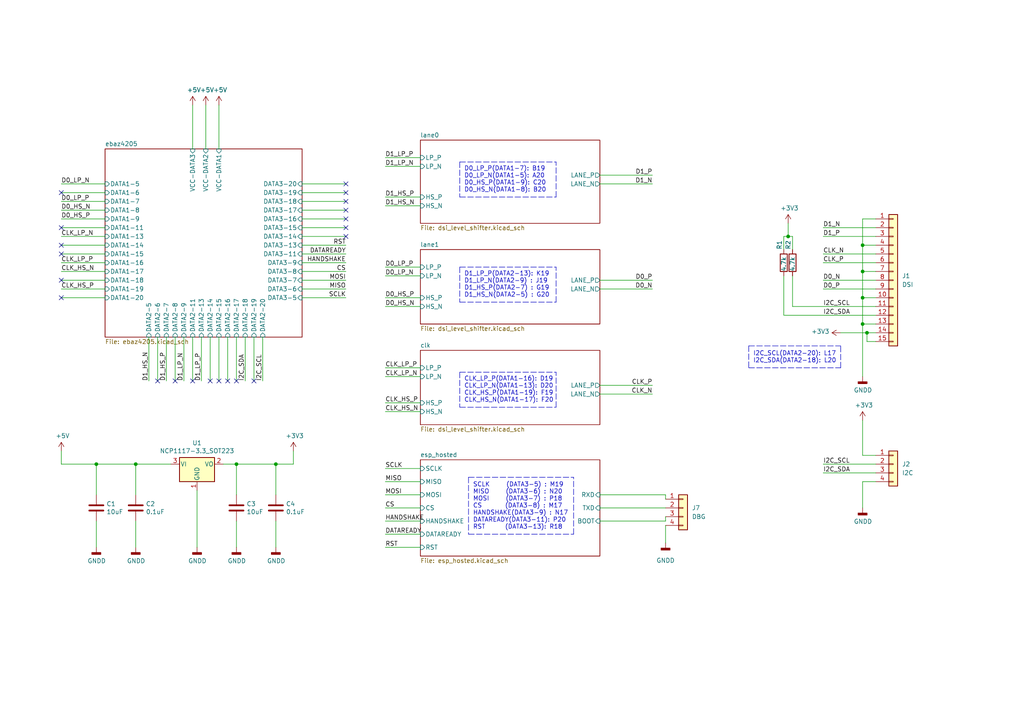
<source format=kicad_sch>
(kicad_sch (version 20211123) (generator eeschema)
  (paper "A4")
  (lib_symbols
    (symbol "Connector_Generic:Conn_01x04" (pin_names (offset 1.016) hide)
      (property "Reference" "J" (at 0 5.08 0))
      (property "Value" "Conn_01x04" (at 0 -7.62 0))
      (symbol "Conn_01x04_1_1"
        (rectangle (start -1.27 -4.953) (end 0 -5.207) (stroke (width 0.1524)))
        (rectangle (start -1.27 -2.413) (end 0 -2.667) (stroke (width 0.1524)))
        (rectangle (start -1.27 0.127) (end 0 -0.127) (stroke (width 0.1524)))
        (rectangle (start -1.27 2.667) (end 0 2.413) (stroke (width 0.1524)))
        (rectangle (start -1.27 3.81) (end 1.27 -6.35) (stroke (width 0.254)) (fill (type background)))
        (pin passive line (at -5.08 2.54 0) (length 3.81) (name "Pin_1") (number "1"))
        (pin passive line (at -5.08 0 0) (length 3.81) (name "Pin_2") (number "2"))
        (pin passive line (at -5.08 -2.54 0) (length 3.81) (name "Pin_3") (number "3"))
        (pin passive line (at -5.08 -5.08 0) (length 3.81) (name "Pin_4") (number "4"))
      )
    )
    (symbol "Connector_Generic:Conn_01x15" (pin_names (offset 1.016) hide)
      (property "Reference" "J" (at 0 20.32 0))
      (property "Value" "Conn_01x15" (at 0 -20.32 0))
      (symbol "Conn_01x15_1_1"
        (rectangle (start -1.27 -17.653) (end 0 -17.907) (stroke (width 0.1524)))
        (rectangle (start -1.27 -15.113) (end 0 -15.367) (stroke (width 0.1524)))
        (rectangle (start -1.27 -12.573) (end 0 -12.827) (stroke (width 0.1524)))
        (rectangle (start -1.27 -10.033) (end 0 -10.287) (stroke (width 0.1524)))
        (rectangle (start -1.27 -7.493) (end 0 -7.747) (stroke (width 0.1524)))
        (rectangle (start -1.27 -4.953) (end 0 -5.207) (stroke (width 0.1524)))
        (rectangle (start -1.27 -2.413) (end 0 -2.667) (stroke (width 0.1524)))
        (rectangle (start -1.27 0.127) (end 0 -0.127) (stroke (width 0.1524)))
        (rectangle (start -1.27 2.667) (end 0 2.413) (stroke (width 0.1524)))
        (rectangle (start -1.27 5.207) (end 0 4.953) (stroke (width 0.1524)))
        (rectangle (start -1.27 7.747) (end 0 7.493) (stroke (width 0.1524)))
        (rectangle (start -1.27 10.287) (end 0 10.033) (stroke (width 0.1524)))
        (rectangle (start -1.27 12.827) (end 0 12.573) (stroke (width 0.1524)))
        (rectangle (start -1.27 15.367) (end 0 15.113) (stroke (width 0.1524)))
        (rectangle (start -1.27 17.907) (end 0 17.653) (stroke (width 0.1524)))
        (rectangle (start -1.27 19.05) (end 1.27 -19.05) (stroke (width 0.254)) (fill (type background)))
        (pin passive line (at -5.08 17.78 0) (length 3.81) (name "Pin_1") (number "1"))
        (pin passive line (at -5.08 -5.08 0) (length 3.81) (name "Pin_10") (number "10"))
        (pin passive line (at -5.08 -7.62 0) (length 3.81) (name "Pin_11") (number "11"))
        (pin passive line (at -5.08 -10.16 0) (length 3.81) (name "Pin_12") (number "12"))
        (pin passive line (at -5.08 -12.7 0) (length 3.81) (name "Pin_13") (number "13"))
        (pin passive line (at -5.08 -15.24 0) (length 3.81) (name "Pin_14") (number "14"))
        (pin passive line (at -5.08 -17.78 0) (length 3.81) (name "Pin_15") (number "15"))
        (pin passive line (at -5.08 15.24 0) (length 3.81) (name "Pin_2") (number "2"))
        (pin passive line (at -5.08 12.7 0) (length 3.81) (name "Pin_3") (number "3"))
        (pin passive line (at -5.08 10.16 0) (length 3.81) (name "Pin_4") (number "4"))
        (pin passive line (at -5.08 7.62 0) (length 3.81) (name "Pin_5") (number "5"))
        (pin passive line (at -5.08 5.08 0) (length 3.81) (name "Pin_6") (number "6"))
        (pin passive line (at -5.08 2.54 0) (length 3.81) (name "Pin_7") (number "7"))
        (pin passive line (at -5.08 0 0) (length 3.81) (name "Pin_8") (number "8"))
        (pin passive line (at -5.08 -2.54 0) (length 3.81) (name "Pin_9") (number "9"))
      )
    )
    (symbol "Device:C" (pin_numbers hide) (pin_names (offset 0.254))
      (property "Reference" "C" (at 0.635 2.54 0))
      (property "Value" "C" (at 0.635 -2.54 0))
      (symbol "C_0_1"
        (polyline (pts (xy -2.032 -0.762) (xy 2.032 -0.762)) (stroke (width 0.508)))
        (polyline (pts (xy -2.032 0.762) (xy 2.032 0.762)) (stroke (width 0.508)))
      )
      (symbol "C_1_1"
        (pin passive line (at 0 3.81 270) (length 2.794) (name "~") (number "1"))
        (pin passive line (at 0 -3.81 90) (length 2.794) (name "~") (number "2"))
      )
    )
    (symbol "Device:R" (pin_numbers hide) (pin_names (offset 0))
      (property "Reference" "R" (at 2.032 0 90))
      (property "Value" "R" (at 0 0 90))
      (symbol "R_0_1"
        (rectangle (start -1.016 -2.54) (end 1.016 2.54) (stroke (width 0.254)))
      )
      (symbol "R_1_1"
        (pin passive line (at 0 3.81 270) (length 1.27) (name "~") (number "1"))
        (pin passive line (at 0 -3.81 90) (length 1.27) (name "~") (number "2"))
      )
    )
    (symbol "Regulator_Linear:NCP1117-3.3_SOT223" (pin_names (offset 0.254))
      (property "Reference" "U" (at -3.81 3.175 0))
      (property "Value" "NCP1117-3.3_SOT223" (at 0 3.175 0))
      (symbol "NCP1117-3.3_SOT223_0_1"
        (rectangle (start -5.08 -5.08) (end 5.08 1.905) (stroke (width 0.254)) (fill (type background)))
      )
      (symbol "NCP1117-3.3_SOT223_1_1"
        (pin power_in line (at 0 -7.62 90) (length 2.54) (name "GND") (number "1"))
        (pin power_out line (at 7.62 0 180) (length 2.54) (name "VO") (number "2"))
        (pin power_in line (at -7.62 0 0) (length 2.54) (name "VI") (number "3"))
      )
    )
    (symbol "power:+3V3" (power) (pin_names (offset 0))
      (property "Value" "+3V3" (at 0 3.556 0))
      (symbol "+3V3_0_1"
        (polyline (pts (xy -0.762 1.27) (xy 0 2.54)))
        (polyline (pts (xy 0 0) (xy 0 2.54)))
        (polyline (pts (xy 0 2.54) (xy 0.762 1.27)))
      )
      (symbol "+3V3_1_1"
        (pin power_in line (at 0 0 90) (length 0) hide (name "+3V3") (number "1"))
      )
    )
    (symbol "power:+5V" (power) (pin_names (offset 0))
      (property "Value" "+5V" (at 0 3.556 0))
      (symbol "+5V_0_1"
        (polyline (pts (xy -0.762 1.27) (xy 0 2.54)))
        (polyline (pts (xy 0 0) (xy 0 2.54)))
        (polyline (pts (xy 0 2.54) (xy 0.762 1.27)))
      )
      (symbol "+5V_1_1"
        (pin power_in line (at 0 0 90) (length 0) hide (name "+5V") (number "1"))
      )
    )
    (symbol "power:GNDD" (power) (pin_names (offset 0))
      (property "Value" "GNDD" (at 0 -3.175 0))
      (symbol "GNDD_0_1"
        (rectangle (start -1.27 -1.524) (end 1.27 -2.032) (stroke (width 0.254)) (fill (type outline)))
        (polyline (pts (xy 0 0) (xy 0 -1.524)))
      )
      (symbol "GNDD_1_1"
        (pin power_in line (at 0 0 270) (length 0) hide (name "GNDD") (number "1"))
      )
    )
  )
  (junction (at 250.19 93.98))
  (junction (at 251.46 96.52))
  (junction (at 228.6 68.58))
  (junction (at 27.94 134.62))
  (junction (at 250.19 71.12))
  (junction (at 39.37 134.62))
  (junction (at 68.58 134.62))
  (junction (at 250.19 78.74))
  (junction (at 250.19 86.36))
  (junction (at 80.01 134.62))
  (no_connect (at 68.58 110.49))
  (no_connect (at 73.66 110.49))
  (no_connect (at 45.72 110.49))
  (no_connect (at 50.8 110.49))
  (no_connect (at 55.88 110.49))
  (no_connect (at 60.96 110.49))
  (no_connect (at 63.5 110.49))
  (no_connect (at 66.04 110.49))
  (no_connect (at 17.78 71.12))
  (no_connect (at 17.78 73.66))
  (no_connect (at 17.78 66.04))
  (no_connect (at 17.78 81.28))
  (no_connect (at 17.78 86.36))
  (no_connect (at 17.78 55.88))
  (no_connect (at 100.33 60.96))
  (no_connect (at 100.33 58.42))
  (no_connect (at 100.33 55.88))
  (no_connect (at 100.33 53.34))
  (no_connect (at 100.33 68.58))
  (no_connect (at 100.33 66.04))
  (no_connect (at 100.33 63.5))
  (wire (pts (xy 229.87 88.9) (xy 254 88.9)))
  (wire (pts (xy 57.15 142.24) (xy 57.15 158.75)))
  (wire (pts (xy 229.87 68.58) (xy 229.87 72.39)))
  (wire (pts (xy 121.92 48.26) (xy 111.76 48.26)))
  (wire (pts (xy 111.76 88.9) (xy 121.92 88.9)))
  (wire (pts (xy 68.58 151.13) (xy 68.58 158.75)))
  (polyline (pts (xy 166.37 154.94) (xy 166.37 138.43)))
  (wire (pts (xy 63.5 43.18) (xy 63.5 30.48)))
  (wire (pts (xy 39.37 143.51) (xy 39.37 134.62)))
  (wire (pts (xy 100.33 66.04) (xy 87.63 66.04)))
  (wire (pts (xy 80.01 151.13) (xy 80.01 158.75)))
  (wire (pts (xy 100.33 63.5) (xy 87.63 63.5)))
  (wire (pts (xy 173.99 143.51) (xy 193.04 143.51)))
  (wire (pts (xy 100.33 58.42) (xy 87.63 58.42)))
  (wire (pts (xy 111.76 147.32) (xy 121.92 147.32)))
  (wire (pts (xy 254 63.5) (xy 250.19 63.5)))
  (wire (pts (xy 27.94 134.62) (xy 17.78 134.62)))
  (wire (pts (xy 17.78 83.82) (xy 30.48 83.82)))
  (wire (pts (xy 100.33 55.88) (xy 87.63 55.88)))
  (wire (pts (xy 50.8 110.49) (xy 50.8 97.79)))
  (wire (pts (xy 111.76 154.94) (xy 121.92 154.94)))
  (wire (pts (xy 111.76 139.7) (xy 121.92 139.7)))
  (wire (pts (xy 68.58 134.62) (xy 80.01 134.62)))
  (wire (pts (xy 251.46 96.52) (xy 243.84 96.52)))
  (wire (pts (xy 100.33 86.36) (xy 87.63 86.36)))
  (wire (pts (xy 254 78.74) (xy 250.19 78.74)))
  (polyline (pts (xy 133.35 87.63) (xy 161.29 87.63)))
  (wire (pts (xy 58.42 110.49) (xy 58.42 97.79)))
  (wire (pts (xy 17.78 53.34) (xy 30.48 53.34)))
  (polyline (pts (xy 217.17 106.68) (xy 243.84 106.68)))
  (wire (pts (xy 121.92 109.22) (xy 111.76 109.22)))
  (wire (pts (xy 17.78 73.66) (xy 30.48 73.66)))
  (wire (pts (xy 173.99 111.76) (xy 189.23 111.76)))
  (wire (pts (xy 173.99 151.13) (xy 193.04 151.13)))
  (wire (pts (xy 55.88 110.49) (xy 55.88 97.79)))
  (wire (pts (xy 254 99.06) (xy 251.46 99.06)))
  (wire (pts (xy 80.01 143.51) (xy 80.01 134.62)))
  (wire (pts (xy 100.33 73.66) (xy 87.63 73.66)))
  (wire (pts (xy 250.19 63.5) (xy 250.19 71.12)))
  (wire (pts (xy 254 132.08) (xy 250.19 132.08)))
  (wire (pts (xy 111.76 45.72) (xy 121.92 45.72)))
  (polyline (pts (xy 243.84 106.68) (xy 243.84 100.33)))
  (polyline (pts (xy 161.29 57.15) (xy 161.29 46.99)))
  (wire (pts (xy 193.04 143.51) (xy 193.04 144.78)))
  (wire (pts (xy 17.78 76.2) (xy 30.48 76.2)))
  (wire (pts (xy 68.58 110.49) (xy 68.58 97.79)))
  (polyline (pts (xy 135.89 138.43) (xy 135.89 154.94)))
  (wire (pts (xy 254 71.12) (xy 250.19 71.12)))
  (wire (pts (xy 43.18 110.49) (xy 43.18 97.79)))
  (wire (pts (xy 254 76.2) (xy 238.76 76.2)))
  (wire (pts (xy 254 83.82) (xy 238.76 83.82)))
  (wire (pts (xy 173.99 83.82) (xy 189.23 83.82)))
  (wire (pts (xy 100.33 60.96) (xy 87.63 60.96)))
  (wire (pts (xy 250.19 139.7) (xy 250.19 147.32)))
  (wire (pts (xy 254 86.36) (xy 250.19 86.36)))
  (polyline (pts (xy 133.35 107.95) (xy 133.35 118.11)))
  (wire (pts (xy 49.53 134.62) (xy 39.37 134.62)))
  (wire (pts (xy 121.92 77.47) (xy 111.76 77.47)))
  (polyline (pts (xy 133.35 46.99) (xy 161.29 46.99)))
  (polyline (pts (xy 133.35 107.95) (xy 161.29 107.95)))
  (wire (pts (xy 254 96.52) (xy 251.46 96.52)))
  (wire (pts (xy 121.92 59.69) (xy 111.76 59.69)))
  (wire (pts (xy 173.99 53.34) (xy 189.23 53.34)))
  (polyline (pts (xy 135.89 138.43) (xy 166.37 138.43)))
  (wire (pts (xy 63.5 110.49) (xy 63.5 97.79)))
  (wire (pts (xy 85.09 134.62) (xy 85.09 130.81)))
  (polyline (pts (xy 217.17 100.33) (xy 243.84 100.33)))
  (wire (pts (xy 17.78 78.74) (xy 30.48 78.74)))
  (wire (pts (xy 250.19 93.98) (xy 250.19 109.22)))
  (wire (pts (xy 250.19 78.74) (xy 250.19 86.36)))
  (wire (pts (xy 76.2 110.49) (xy 76.2 97.79)))
  (wire (pts (xy 238.76 134.62) (xy 254 134.62)))
  (wire (pts (xy 100.33 78.74) (xy 87.63 78.74)))
  (wire (pts (xy 238.76 137.16) (xy 254 137.16)))
  (wire (pts (xy 27.94 151.13) (xy 27.94 158.75)))
  (wire (pts (xy 100.33 68.58) (xy 87.63 68.58)))
  (wire (pts (xy 228.6 68.58) (xy 228.6 64.77)))
  (wire (pts (xy 193.04 152.4) (xy 193.04 157.48)))
  (wire (pts (xy 229.87 80.01) (xy 229.87 88.9)))
  (wire (pts (xy 227.33 80.01) (xy 227.33 91.44)))
  (wire (pts (xy 228.6 68.58) (xy 229.87 68.58)))
  (wire (pts (xy 250.19 86.36) (xy 250.19 93.98)))
  (wire (pts (xy 100.33 83.82) (xy 87.63 83.82)))
  (wire (pts (xy 173.99 147.32) (xy 193.04 147.32)))
  (wire (pts (xy 121.92 106.68) (xy 111.76 106.68)))
  (wire (pts (xy 227.33 91.44) (xy 254 91.44)))
  (polyline (pts (xy 133.35 118.11) (xy 161.29 118.11)))
  (wire (pts (xy 55.88 43.18) (xy 55.88 30.48)))
  (wire (pts (xy 100.33 53.34) (xy 87.63 53.34)))
  (polyline (pts (xy 161.29 118.11) (xy 161.29 107.95)))
  (wire (pts (xy 238.76 73.66) (xy 254 73.66)))
  (wire (pts (xy 100.33 76.2) (xy 87.63 76.2)))
  (polyline (pts (xy 133.35 77.47) (xy 133.35 87.63)))
  (wire (pts (xy 121.92 57.15) (xy 111.76 57.15)))
  (wire (pts (xy 59.69 43.18) (xy 59.69 30.48)))
  (wire (pts (xy 53.34 110.49) (xy 53.34 97.79)))
  (wire (pts (xy 73.66 110.49) (xy 73.66 97.79)))
  (wire (pts (xy 193.04 151.13) (xy 193.04 149.86)))
  (wire (pts (xy 254 139.7) (xy 250.19 139.7)))
  (wire (pts (xy 111.76 151.13) (xy 121.92 151.13)))
  (wire (pts (xy 45.72 110.49) (xy 45.72 97.79)))
  (wire (pts (xy 121.92 86.36) (xy 111.76 86.36)))
  (wire (pts (xy 254 68.58) (xy 238.76 68.58)))
  (wire (pts (xy 254 93.98) (xy 250.19 93.98)))
  (wire (pts (xy 27.94 143.51) (xy 27.94 134.62)))
  (wire (pts (xy 250.19 71.12) (xy 250.19 78.74)))
  (wire (pts (xy 17.78 66.04) (xy 30.48 66.04)))
  (wire (pts (xy 17.78 71.12) (xy 30.48 71.12)))
  (polyline (pts (xy 135.89 154.94) (xy 166.37 154.94)))
  (wire (pts (xy 227.33 72.39) (xy 227.33 68.58)))
  (wire (pts (xy 111.76 158.75) (xy 121.92 158.75)))
  (wire (pts (xy 17.78 60.96) (xy 30.48 60.96)))
  (wire (pts (xy 17.78 58.42) (xy 30.48 58.42)))
  (wire (pts (xy 48.26 110.49) (xy 48.26 97.79)))
  (wire (pts (xy 17.78 68.58) (xy 30.48 68.58)))
  (wire (pts (xy 64.77 134.62) (xy 68.58 134.62)))
  (wire (pts (xy 68.58 143.51) (xy 68.58 134.62)))
  (polyline (pts (xy 217.17 100.33) (xy 217.17 106.68)))
  (wire (pts (xy 173.99 114.3) (xy 189.23 114.3)))
  (wire (pts (xy 251.46 99.06) (xy 251.46 96.52)))
  (wire (pts (xy 66.04 110.49) (xy 66.04 97.79)))
  (wire (pts (xy 250.19 132.08) (xy 250.19 121.92)))
  (wire (pts (xy 173.99 81.28) (xy 189.23 81.28)))
  (wire (pts (xy 173.99 50.8) (xy 189.23 50.8)))
  (wire (pts (xy 17.78 86.36) (xy 30.48 86.36)))
  (wire (pts (xy 121.92 80.01) (xy 111.76 80.01)))
  (wire (pts (xy 227.33 68.58) (xy 228.6 68.58)))
  (wire (pts (xy 17.78 81.28) (xy 30.48 81.28)))
  (wire (pts (xy 111.76 143.51) (xy 121.92 143.51)))
  (polyline (pts (xy 133.35 57.15) (xy 161.29 57.15)))
  (wire (pts (xy 121.92 116.84) (xy 111.76 116.84)))
  (wire (pts (xy 80.01 134.62) (xy 85.09 134.62)))
  (wire (pts (xy 238.76 81.28) (xy 254 81.28)))
  (polyline (pts (xy 133.35 77.47) (xy 161.29 77.47)))
  (wire (pts (xy 111.76 135.89) (xy 121.92 135.89)))
  (polyline (pts (xy 161.29 87.63) (xy 161.29 77.47)))
  (wire (pts (xy 100.33 81.28) (xy 87.63 81.28)))
  (wire (pts (xy 238.76 66.04) (xy 254 66.04)))
  (wire (pts (xy 39.37 134.62) (xy 27.94 134.62)))
  (wire (pts (xy 39.37 151.13) (xy 39.37 158.75)))
  (wire (pts (xy 17.78 134.62) (xy 17.78 130.81)))
  (wire (pts (xy 121.92 119.38) (xy 111.76 119.38)))
  (wire (pts (xy 17.78 63.5) (xy 30.48 63.5)))
  (wire (pts (xy 100.33 71.12) (xy 87.63 71.12)))
  (polyline (pts (xy 133.35 46.99) (xy 133.35 57.15)))
  (wire (pts (xy 60.96 110.49) (xy 60.96 97.79)))
  (wire (pts (xy 71.12 110.49) (xy 71.12 97.79)))
  (wire (pts (xy 17.78 55.88) (xy 30.48 55.88)))
  (text "D0_LP_P(DATA1-7): B19 \nD0_LP_N(DATA1-5): A20 \nD0_HS_P(DATA1-9): C20 \nD0_HS_N(DATA1-8): B20 \n" (at 134.62 55.88 0) (effects (font (size 1.27 1.27)) (justify left bottom)))
  (text "SCLK     (DATA3-5) : M19 \nMISO     (DATA3-6) : N20 \nMOSI     (DATA3-7) : P18 \nCS       (DATA3-8) : M17 \nHANDSHAKE(DATA3-9) : N17 \nDATAREADY(DATA3-11): P20 \nRST      (DATA3-13): R18 \n" (at 137.16 153.67 0) (effects (font (size 1.27 1.27)) (justify left bottom)))
  (text "CLK_LP_P(DATA1-16): D19 \nCLK_LP_N(DATA1-13): D20 \nCLK_HS_P(DATA1-19): F19 \nCLK_HS_N(DATA1-17): F20 \n" (at 134.62 116.84 0) (effects (font (size 1.27 1.27)) (justify left bottom)))
  (text "I2C_SCL(DATA2-20): L17 \nI2C_SDA(DATA2-18): L20 \n" (at 218.44 105.41 0) (effects (font (size 1.27 1.27)) (justify left bottom)))
  (text "D1_LP_P(DATA2-13): K19 \nD1_LP_N(DATA2-9) : J19 \nD1_HS_P(DATA2-7) : G19 \nD1_HS_N(DATA2-5) : G20 \n" (at 134.62 86.36 0) (effects (font (size 1.27 1.27)) (justify left bottom)))
  (label "CS" (at 111.76 147.32 0))
  (label "D1_N" (at 238.76 66.04 0))
  (label "SCLK" (at 111.76 135.89 0))
  (label "CLK_HS_N" (at 111.76 119.38 0))
  (label "MISO" (at 111.76 139.7 0))
  (label "D0_P" (at 189.23 81.28 180))
  (label "D1_HS_N" (at 111.76 59.69 0))
  (label "CLK_LP_P" (at 17.78 76.2 0))
  (label "D1_P" (at 238.76 68.58 0))
  (label "I2C_SDA" (at 238.76 137.16 0))
  (label "D1_LP_N" (at 111.76 48.26 0))
  (label "CLK_LP_N" (at 17.78 68.58 0))
  (label "D1_LP_P" (at 111.76 45.72 0))
  (label "DATAREADY" (at 100.33 73.66 180))
  (label "CLK_N" (at 238.76 73.66 0))
  (label "MOSI" (at 100.33 81.28 180))
  (label "SCLK" (at 100.33 86.36 180))
  (label "I2C_SDA" (at 71.12 110.49 90))
  (label "RST" (at 100.33 71.12 180))
  (label "D1_HS_P" (at 111.76 57.15 0))
  (label "D0_LP_N" (at 111.76 80.01 0))
  (label "D1_LP_P" (at 58.42 110.49 90))
  (label "MOSI" (at 111.76 143.51 0))
  (label "D1_HS_P" (at 48.26 110.49 90))
  (label "CLK_LP_P" (at 111.76 106.68 0))
  (label "CLK_HS_P" (at 111.76 116.84 0))
  (label "D0_HS_P" (at 111.76 86.36 0))
  (label "D0_N" (at 189.23 83.82 180))
  (label "CLK_N" (at 189.23 114.3 180))
  (label "D1_HS_N" (at 43.18 110.49 90))
  (label "D0_N" (at 238.76 81.28 0))
  (label "D0_LP_N" (at 17.78 53.34 0))
  (label "HANDSHAKE" (at 100.33 76.2 180))
  (label "DATAREADY" (at 111.76 154.94 0))
  (label "D0_LP_P" (at 111.76 77.47 0))
  (label "HANDSHAKE" (at 111.76 151.13 0))
  (label "D1_P" (at 189.23 50.8 180))
  (label "CLK_P" (at 238.76 76.2 0))
  (label "CLK_HS_N" (at 17.78 78.74 0))
  (label "CLK_LP_N" (at 111.76 109.22 0))
  (label "D0_P" (at 238.76 83.82 0))
  (label "D0_HS_N" (at 17.78 60.96 0))
  (label "D1_LP_N" (at 53.34 110.49 90))
  (label "MISO" (at 100.33 83.82 180))
  (label "D0_LP_P" (at 17.78 58.42 0))
  (label "I2C_SCL" (at 76.2 110.49 90))
  (label "CS" (at 100.33 78.74 180))
  (label "RST" (at 111.76 158.75 0))
  (label "D1_N" (at 189.23 53.34 180))
  (label "CLK_HS_P" (at 17.78 83.82 0))
  (label "CLK_P" (at 189.23 111.76 180))
  (label "I2C_SDA" (at 238.76 91.44 0))
  (label "D0_HS_P" (at 17.78 63.5 0))
  (label "I2C_SCL" (at 238.76 88.9 0))
  (label "D0_HS_N" (at 111.76 88.9 0))
  (label "I2C_SCL" (at 238.76 134.62 0))
  (symbol (lib_id "power:GNDD") (at 250.19 109.22 0) (unit 1)
    (property "Reference" "#PWR0112" (effects hide))
    (property "Value" "GNDD" (at 250.2916 113.157 0))
  )
  (symbol (lib_id "power:+3V3") (at 243.84 96.52 90) (unit 1)
    (property "Reference" "#PWR0113" (effects hide))
    (property "Value" "+3V3" (at 240.5888 96.139 90) (effects (justify left)))
  )
  (symbol (lib_id "Regulator_Linear:NCP1117-3.3_SOT223") (at 57.15 134.62 0) (unit 1)
    (property "Reference" "U1" (at 57.15 128.4732 0))
    (property "Value" "NCP1117-3.3_SOT223" (at 57.15 130.7846 0))
    (property "Footprint" "Package_TO_SOT_SMD:SOT-223-3_TabPin2" (effects hide))
    (property "Datasheet" "http://www.onsemi.com/pub_link/Collateral/NCP1117-D.PDF" (effects hide))
  )
  (symbol (lib_id "power:GNDD") (at 57.15 158.75 0) (unit 1)
    (property "Reference" "#PWR0114" (effects hide))
    (property "Value" "GNDD" (at 57.2516 162.687 0))
  )
  (symbol (lib_id "Device:C") (at 27.94 147.32 0) (unit 1)
    (property "Reference" "C1" (at 30.861 146.1516 0) (effects (justify left)))
    (property "Value" "10uF" (at 30.861 148.463 0) (effects (justify left)))
    (property "Footprint" "Capacitor_SMD:C_0805_2012Metric" (effects hide))
  )
  (symbol (lib_id "Device:C") (at 39.37 147.32 0) (unit 1)
    (property "Reference" "C2" (at 42.291 146.1516 0) (effects (justify left)))
    (property "Value" "0.1uF" (at 42.291 148.463 0) (effects (justify left)))
    (property "Footprint" "Capacitor_SMD:C_0402_1005Metric" (effects hide))
  )
  (symbol (lib_id "power:GNDD") (at 39.37 158.75 0) (unit 1)
    (property "Reference" "#PWR0115" (effects hide))
    (property "Value" "GNDD" (at 39.4716 162.687 0))
  )
  (symbol (lib_id "power:GNDD") (at 27.94 158.75 0) (unit 1)
    (property "Reference" "#PWR0116" (effects hide))
    (property "Value" "GNDD" (at 28.0416 162.687 0))
  )
  (symbol (lib_id "Device:C") (at 68.58 147.32 0) (unit 1)
    (property "Reference" "C3" (at 71.501 146.1516 0) (effects (justify left)))
    (property "Value" "10uF" (at 71.501 148.463 0) (effects (justify left)))
    (property "Footprint" "Capacitor_SMD:C_0805_2012Metric" (effects hide))
  )
  (symbol (lib_id "Device:C") (at 80.01 147.32 0) (unit 1)
    (property "Reference" "C4" (at 82.931 146.1516 0) (effects (justify left)))
    (property "Value" "0.1uF" (at 82.931 148.463 0) (effects (justify left)))
    (property "Footprint" "Capacitor_SMD:C_0402_1005Metric" (effects hide))
  )
  (symbol (lib_id "power:GNDD") (at 80.01 158.75 0) (unit 1)
    (property "Reference" "#PWR0117" (effects hide))
    (property "Value" "GNDD" (at 80.1116 162.687 0))
  )
  (symbol (lib_id "power:GNDD") (at 68.58 158.75 0) (unit 1)
    (property "Reference" "#PWR0118" (effects hide))
    (property "Value" "GNDD" (at 68.6816 162.687 0))
  )
  (symbol (lib_id "power:+3V3") (at 85.09 130.81 0) (unit 1)
    (property "Reference" "#PWR0119" (effects hide))
    (property "Value" "+3V3" (at 85.471 126.4158 0))
  )
  (symbol (lib_id "power:+5V") (at 17.78 130.81 0) (unit 1)
    (property "Reference" "#PWR0120" (effects hide))
    (property "Value" "+5V" (at 18.161 126.4158 0))
  )
  (symbol (lib_id "power:GNDD") (at 193.04 157.48 0) (unit 1)
    (property "Reference" "#PWR04" (effects hide))
    (property "Value" "GNDD" (at 193.04 162.56 0))
  )
  (symbol (lib_id "power:+3V3") (at 228.6 64.77 0) (unit 1)
    (property "Reference" "#PWR05" (effects hide))
    (property "Value" "+3V3" (at 228.981 60.3758 0))
  )
  (symbol (lib_id "power:+5V") (at 59.69 30.48 0) (unit 1)
    (property "Reference" "#PWR02" (effects hide))
    (property "Value" "+5V" (at 60.071 26.0858 0))
  )
  (symbol (lib_id "power:+5V") (at 55.88 30.48 0) (unit 1)
    (property "Reference" "#PWR01" (effects hide))
    (property "Value" "+5V" (at 56.261 26.0858 0))
  )
  (symbol (lib_id "Connector_Generic:Conn_01x04") (at 198.12 147.32 0) (unit 1)
    (property "Reference" "J7" (at 200.66 147.3199 0) (effects (justify left)))
    (property "Value" "DBG" (at 200.66 149.8599 0) (effects (justify left)))
    (property "Footprint" "Connector_PinHeader_2.54mm:PinHeader_1x04_P2.54mm_Vertical" (effects hide))
  )
  (symbol (lib_id "power:+3V3") (at 250.19 121.92 0) (unit 1)
    (property "Reference" "#PWR06" (effects hide))
    (property "Value" "+3V3" (at 250.571 117.5258 0))
  )
  (symbol (lib_id "Connector_Generic:Conn_01x04") (at 259.08 134.62 0) (unit 1)
    (property "Reference" "J2" (at 261.62 134.6199 0) (effects (justify left)))
    (property "Value" "I2C" (at 261.62 137.1599 0) (effects (justify left)))
    (property "Footprint" "Connector_PinHeader_2.54mm:PinHeader_1x04_P2.54mm_Vertical" (effects hide))
  )
  (symbol (lib_id "Device:R") (at 229.87 76.2 0) (unit 1)
    (property "Reference" "R2" (at 228.6 72.39 90) (effects (justify left)))
    (property "Value" "4.7k" (at 229.87 78.74 90) (effects (justify left)))
    (property "Footprint" "Resistor_SMD:R_0402_1005Metric" (effects hide))
  )
  (symbol (lib_id "Device:R") (at 227.33 76.2 0) (unit 1)
    (property "Reference" "R1" (at 226.06 72.39 90) (effects (justify left)))
    (property "Value" "4.7k" (at 227.33 78.74 90) (effects (justify left)))
    (property "Footprint" "Resistor_SMD:R_0402_1005Metric" (effects hide))
  )
  (symbol (lib_id "Connector_Generic:Conn_01x15") (at 259.08 81.28 0) (unit 1)
    (property "Reference" "J1" (at 261.62 80.0099 0) (effects (justify left)))
    (property "Value" "DSI" (at 261.62 82.5499 0) (effects (justify left)))
    (property "Footprint" "Connector_FFC-FPC:TE_1-84953-5_1x15-1MP_P1.0mm_Horizontal" (effects hide))
  )
  (symbol (lib_id "power:+5V") (at 63.5 30.48 0) (unit 1)
    (property "Reference" "#PWR03" (effects hide))
    (property "Value" "+5V" (at 63.881 26.0858 0))
  )
  (symbol (lib_id "power:GNDD") (at 250.19 147.32 0) (unit 1)
    (property "Reference" "#PWR07" (effects hide))
    (property "Value" "GNDD" (at 250.2916 151.257 0))
  )
  (sheet (at 121.92 40.64) (size 52.07 24.13)
    (property "Sheet name" "lane0" (at 121.92 39.9284 0) (effects (justify left bottom)))
    (property "Sheet file" "dsi_level_shifter.kicad_sch" (at 121.92 65.3546 0) (effects (justify left top)))
    (pin "LP_P" input (at 121.92 45.72 180))
    (pin "HS_P" input (at 121.92 57.15 180))
    (pin "HS_N" input (at 121.92 59.69 180))
    (pin "LP_N" input (at 121.92 48.26 180))
    (pin "LANE_P" output (at 173.99 50.8 0))
    (pin "LANE_N" output (at 173.99 53.34 0))
  )
  (sheet (at 121.92 72.39) (size 52.07 21.59)
    (property "Sheet name" "lane1" (at 121.92 71.6784 0) (effects (justify left bottom)))
    (property "Sheet file" "dsi_level_shifter.kicad_sch" (at 121.92 94.5646 0) (effects (justify left top)))
    (pin "LP_P" input (at 121.92 77.47 180))
    (pin "HS_P" input (at 121.92 86.36 180))
    (pin "HS_N" input (at 121.92 88.9 180))
    (pin "LP_N" input (at 121.92 80.01 180))
    (pin "LANE_P" output (at 173.99 81.28 0))
    (pin "LANE_N" output (at 173.99 83.82 0))
  )
  (sheet (at 121.92 101.6) (size 52.07 21.59)
    (property "Sheet name" "clk" (at 121.92 100.8884 0) (effects (justify left bottom)))
    (property "Sheet file" "dsi_level_shifter.kicad_sch" (at 121.92 123.7746 0) (effects (justify left top)))
    (pin "LP_P" input (at 121.92 106.68 180))
    (pin "HS_P" input (at 121.92 116.84 180))
    (pin "HS_N" input (at 121.92 119.38 180))
    (pin "LP_N" input (at 121.92 109.22 180))
    (pin "LANE_P" output (at 173.99 111.76 0))
    (pin "LANE_N" output (at 173.99 114.3 0))
  )
  (sheet (at 30.48 43.18) (size 57.15 54.61) (stroke (width 0.1524))
    (property "Sheet name" "ebaz4205" (at 30.48 42.4684 0) (effects (justify left bottom)))
    (property "Sheet file" "ebaz4205.kicad_sch" (at 30.48 98.3746 0) (effects (justify left top)))
    (pin "DATA1-6" input (at 30.48 55.88 180))
    (pin "DATA1-8" input (at 30.48 60.96 180))
    (pin "DATA1-14" input (at 30.48 71.12 180))
    (pin "DATA1-20" input (at 30.48 86.36 180))
    (pin "DATA1-18" input (at 30.48 81.28 180))
    (pin "DATA1-16" input (at 30.48 76.2 180))
    (pin "DATA2-11" input (at 55.88 97.79 270))
    (pin "DATA2-15" input (at 63.5 97.79 270))
    (pin "DATA2-13" input (at 58.42 97.79 270))
    (pin "DATA2-19" input (at 73.66 97.79 270))
    (pin "DATA2-17" input (at 68.58 97.79 270))
    (pin "DATA2-7" input (at 48.26 97.79 270))
    (pin "DATA2-5" input (at 43.18 97.79 270))
    (pin "DATA2-9" input (at 53.34 97.79 270))
    (pin "VCC-DATA3" input (at 55.88 43.18 90))
    (pin "DATA3-18" input (at 87.63 58.42 0))
    (pin "DATA3-16" input (at 87.63 63.5 0))
    (pin "DATA3-6" input (at 87.63 83.82 0))
    (pin "DATA3-8" input (at 87.63 78.74 0))
    (pin "DATA3-14" input (at 87.63 68.58 0))
    (pin "DATA3-20" input (at 87.63 53.34 0))
    (pin "DATA3-13" input (at 87.63 71.12 0))
    (pin "DATA3-17" input (at 87.63 60.96 0))
    (pin "DATA3-11" input (at 87.63 73.66 0))
    (pin "DATA3-15" input (at 87.63 66.04 0))
    (pin "DATA3-19" input (at 87.63 55.88 0))
    (pin "DATA3-5" input (at 87.63 86.36 0))
    (pin "DATA3-7" input (at 87.63 81.28 0))
    (pin "DATA3-9" input (at 87.63 76.2 0))
    (pin "VCC-DATA1" input (at 63.5 43.18 90))
    (pin "DATA1-11" input (at 30.48 66.04 180))
    (pin "DATA1-13" input (at 30.48 68.58 180))
    (pin "DATA1-19" input (at 30.48 83.82 180))
    (pin "DATA1-17" input (at 30.48 78.74 180))
    (pin "DATA1-15" input (at 30.48 73.66 180))
    (pin "DATA1-7" input (at 30.48 58.42 180))
    (pin "DATA1-9" input (at 30.48 63.5 180))
    (pin "DATA1-5" input (at 30.48 53.34 180))
    (pin "VCC-DATA2" input (at 59.69 43.18 90))
    (pin "DATA2-6" input (at 45.72 97.79 270))
    (pin "DATA2-8" input (at 50.8 97.79 270))
    (pin "DATA2-18" input (at 71.12 97.79 270))
    (pin "DATA2-14" input (at 60.96 97.79 270))
    (pin "DATA2-16" input (at 66.04 97.79 270))
    (pin "DATA2-20" input (at 76.2 97.79 270))
  )
  (sheet (at 121.92 133.35) (size 52.07 27.94) (stroke (width 0.1524))
    (property "Sheet name" "esp_hosted" (at 121.92 132.6384 0) (effects (justify left bottom)))
    (property "Sheet file" "esp_hosted.kicad_sch" (at 121.92 161.8746 0) (effects (justify left top)))
    (pin "MISO" input (at 121.92 139.7 180))
    (pin "RST" input (at 121.92 158.75 180))
    (pin "HANDSHAKE" input (at 121.92 151.13 180))
    (pin "CS" input (at 121.92 147.32 180))
    (pin "DATAREADY" input (at 121.92 154.94 180))
    (pin "SCLK" input (at 121.92 135.89 180))
    (pin "MOSI" input (at 121.92 143.51 180))
    (pin "RXD" input (at 173.99 143.51 0))
    (pin "TXD" input (at 173.99 147.32 0))
    (pin "BOOT" input (at 173.99 151.13 0))
  )
)
</source>
